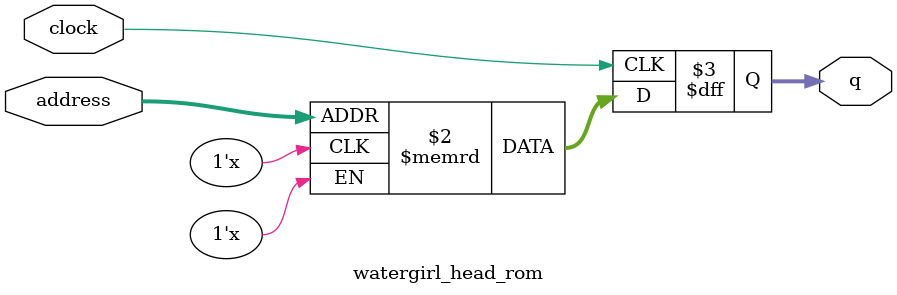
<source format=sv>
module watergirl_head_rom (
	input logic clock,
	input logic [14:0] address,
	output logic [3:0] q
);

logic [3:0] memory [0:20799] /* synthesis ram_init_file = "./watergirl_head/watergirl_head.COE" */;

always_ff @ (posedge clock) begin
	q <= memory[address];
end

endmodule

</source>
